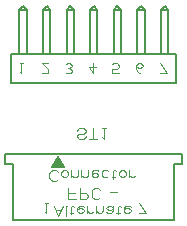
<source format=gbr>
G04 GENERATED BY PULSONIX 7.0 GERBER.DLL 4573*
%INHILLSTAR_100X50_EL_V1_0*%
%LNGERBER_SILKSCREEN_BOTTOM*%
%FSLAX33Y33*%
%IPPOS*%
%LPD*%
%OFA0B0*%
%MOMM*%
%ADD15C,0.125*%
%ADD17C,0.200*%
%ADD71C,0.127*%
%ADD78C,0.203*%
X0Y0D02*
D02*
D15*
X123581Y162054D02*
X123875Y162054D01*
X123728D02*
X123728Y161172D01*
X123581Y161319*
X125696Y150219D02*
X125990Y150219D01*
X125843D02*
X125843Y149337D01*
X125696Y149484*
X126022Y162054D02*
X125434Y162054D01*
X125948Y161539*
X126022Y161392*
X125948Y161245*
X125801Y161172*
X125581*
X125434Y161245*
X127507Y161980D02*
X127654Y162054D01*
X127801*
X127948Y161980*
X128022Y161833*
X127948Y161686*
X127801Y161613*
X127654*
X127801D02*
X127948Y161539D01*
X128022Y161392*
X127948Y161245*
X127801Y161172*
X127654*
X127507Y161245*
X126484Y149969D02*
X126851Y149087D01*
X127219Y149969*
X126631Y149601D02*
X127072Y149601D01*
X127570Y149969D02*
X127496Y149969D01*
Y149087*
X127809Y149381D02*
X128103Y149381D01*
X127956Y149234D02*
X127956Y149895D01*
X128029Y149969*
X128103*
X128176Y149895*
X129022D02*
X128948Y149969D01*
X128801*
X128654*
X128507Y149895*
X128434Y149748*
Y149528*
X128507Y149454*
X128654Y149381*
X128801*
X128948Y149454*
X129022Y149528*
Y149601*
X128948Y149675*
X128801Y149748*
X128654*
X128507Y149675*
X128434Y149601*
X129284Y149969D02*
X129284Y149381D01*
Y149601D02*
X129357Y149454D01*
X129504Y149381*
X129651*
X129798Y149454*
X130059Y149969D02*
X130059Y149381D01*
Y149601D02*
X130132Y149454D01*
X130279Y149381*
X130426*
X130573Y149454*
X130647Y149601*
Y149969*
X130909Y149454D02*
X131056Y149381D01*
X131276*
X131423Y149454*
X131497Y149601*
Y149822*
X131423Y149895*
X131276Y149969*
X131129*
X130982Y149895*
X130909Y149822*
Y149748*
X130982Y149675*
X131129Y149601*
X131276*
X131423Y149675*
X131497Y149748*
Y149822D02*
X131497Y149969D01*
X131759Y149381D02*
X132053Y149381D01*
X131906Y149234D02*
X131906Y149895D01*
X131979Y149969*
X132053*
X132126Y149895*
X132972D02*
X132898Y149969D01*
X132751*
X132604*
X132457Y149895*
X132384Y149748*
Y149528*
X132457Y149454*
X132604Y149381*
X132751*
X132898Y149454*
X132972Y149528*
Y149601*
X132898Y149675*
X132751Y149748*
X132604*
X132457Y149675*
X132384Y149601*
X127646Y151469D02*
X127646Y150587D01*
X128382*
X128234Y151028D02*
X127646Y151028D01*
X128659Y151469D02*
X128659Y150587D01*
X129173*
X129320Y150660*
X129394Y150807*
X129320Y150954*
X129173Y151028*
X128659*
X130407Y151322D02*
X130333Y151395D01*
X130186Y151469*
X129965*
X129818Y151395*
X129745Y151322*
X129671Y151175*
Y150881*
X129745Y150734*
X129818Y150660*
X129965Y150587*
X130186*
X130333Y150660*
X130407Y150734*
X131221Y151175D02*
X131809Y151175D01*
X126838Y152822D02*
X126764Y152895D01*
X126617Y152969*
X126397*
X126250Y152895*
X126176Y152822*
X126102Y152675*
Y152381*
X126176Y152234*
X126250Y152160*
X126397Y152087*
X126617*
X126764Y152160*
X126838Y152234*
X127115Y152748D02*
X127189Y152895D01*
X127336Y152969*
X127483*
X127630Y152895*
X127703Y152748*
Y152601*
X127630Y152454*
X127483Y152381*
X127336*
X127189Y152454*
X127115Y152601*
Y152748*
X127965Y152969D02*
X127965Y152381D01*
Y152601D02*
X128039Y152454D01*
X128186Y152381*
X128333*
X128480Y152454*
X128553Y152601*
Y152969*
X128815D02*
X128815Y152381D01*
Y152601D02*
X128889Y152454D01*
X129036Y152381*
X129183*
X129330Y152454*
X129403Y152601*
Y152969*
X130253Y152895D02*
X130180Y152969D01*
X130033*
X129886*
X129739Y152895*
X129665Y152748*
Y152528*
X129739Y152454*
X129886Y152381*
X130033*
X130180Y152454*
X130253Y152528*
Y152601*
X130180Y152675*
X130033Y152748*
X129886*
X129739Y152675*
X129665Y152601*
X131103Y152454D02*
X130956Y152381D01*
X130736*
X130589Y152454*
X130515Y152601*
Y152748*
X130589Y152895*
X130736Y152969*
X130956*
X131103Y152895*
X131365Y152381D02*
X131659Y152381D01*
X131512Y152234D02*
X131512Y152895D01*
X131586Y152969*
X131659*
X131733Y152895*
X131990Y152748D02*
X132064Y152895D01*
X132211Y152969*
X132358*
X132505Y152895*
X132578Y152748*
Y152601*
X132505Y152454*
X132358Y152381*
X132211*
X132064Y152454*
X131990Y152601*
Y152748*
X132840Y152969D02*
X132840Y152381D01*
Y152601D02*
X132914Y152454D01*
X133061Y152381*
X133208*
X133355Y152454*
X128421Y156308D02*
X128495Y156455D01*
X128642Y156529*
X128936*
X129083Y156455*
X129157Y156308*
X129083Y156161*
X128936Y156088*
X128642*
X128495Y156014*
X128421Y155867*
X128495Y155720*
X128642Y155647*
X128936*
X129083Y155720*
X129157Y155867*
X129801Y156529D02*
X129801Y155647D01*
X129434D02*
X130169Y155647D01*
X130593Y156529D02*
X130887Y156529D01*
X130740D02*
X130740Y155647D01*
X130593Y155794*
X129801Y162054D02*
X129801Y161172D01*
X129434Y161760*
X130022*
X131434Y161980D02*
X131581Y162054D01*
X131801*
X131948Y161980*
X132022Y161833*
Y161760*
X131948Y161613*
X131801Y161539*
X131434*
Y161172*
X132022*
X133712Y150219D02*
X134300Y149337D01*
X133712*
X133434Y161833D02*
X133507Y161686D01*
X133654Y161613*
X133801*
X133948Y161686*
X134022Y161833*
X133948Y161980*
X133801Y162054*
X133654*
X133507Y161980*
X133434Y161833*
Y161613*
X133507Y161392*
X133654Y161245*
X133801Y161172*
X135434Y162054D02*
X136022Y161172D01*
X135434*
D02*
D17*
X126359Y153248D02*
X126859Y154140D01*
X127359Y153248*
X126359*
G36*
X126859Y154140*
X127359Y153248*
X126359*
G37*
D02*
D71*
X123059Y148778D02*
Y153528D01*
X122359*
Y154339*
X122360Y154340*
X137358*
X137359Y154339*
Y153528*
X136659*
Y148778*
X123059*
X123554Y162850D02*
Y166545D01*
X123859Y166850*
X124164Y162850D02*
Y166545D01*
X123859Y166850*
X124164Y166545D02*
X123554D01*
X125554Y162850D02*
Y166545D01*
X125859Y166850*
X126164Y162850D02*
Y166545D01*
X125859Y166850*
X126164Y166545D02*
X125554D01*
X127554Y162850D02*
Y166545D01*
X127859Y166850*
X128164Y162850D02*
Y166545D01*
X127859Y166850*
X128164Y166545D02*
X127554D01*
X129554Y162850D02*
Y166545D01*
X129859Y166850*
X130164Y162850D02*
Y166545D01*
X129859Y166850*
X130164Y166545D02*
X129554D01*
X131554Y162850D02*
Y166545D01*
X131859Y166850*
X132164Y162850D02*
Y166545D01*
X131859Y166850*
X132164Y166545D02*
X131554D01*
X133554Y162850D02*
Y166545D01*
X133859Y166850*
X134164Y162850D02*
Y166545D01*
X133859Y166850*
X134164Y166545D02*
X133554D01*
X135554Y162850D02*
Y166545D01*
X135859Y166850*
X136164Y162850D02*
Y166545D01*
X135859Y166850*
X136164Y166545D02*
X135554D01*
D02*
D78*
X122859Y160350D02*
Y162850D01*
X136859*
Y160350*
X122859*
X0Y0D02*
M02*

</source>
